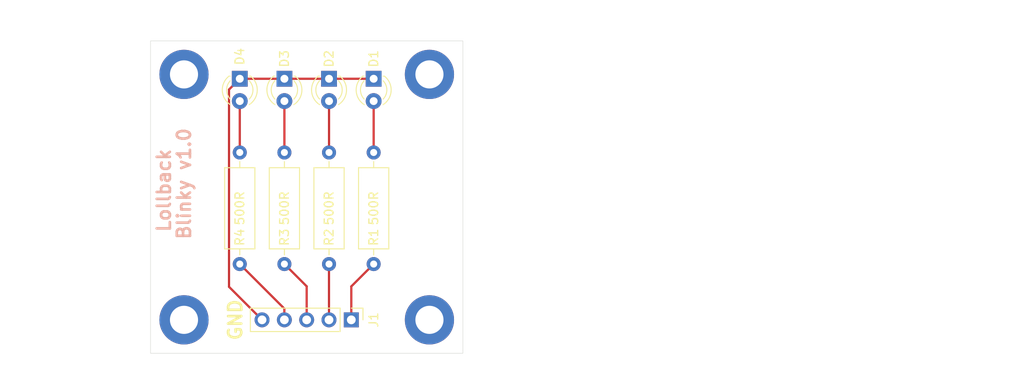
<source format=kicad_pcb>
(kicad_pcb (version 20211014) (generator pcbnew)
  (layers (0 "F.Cu" signal) (31 "B.Cu" signal) (34 "B.Paste" user) (35 "F.Paste" user) (36 "B.SilkS" user "B.Silkscreen") (37 "F.SilkS" user "F.Silkscreen") (38 "B.Mask" user) (39 "F.Mask" user) (44 "Edge.Cuts" user))
  (net 0 "")
  (net 1 "Net-(D1-Pad2)")
  (net 2 "GND")
  (net 3 "Net-(D2-Pad2)")
  (net 4 "Net-(D3-Pad2)")
  (net 5 "Net-(R1-Pad2)")
  (net 6 "Net-(R2-Pad2)")
  (net 7 "Net-(R3-Pad2)")
  (net 8 "Net-(R4-Pad1)")
  (net 9 "Net-(R4-Pad2)")
  (footprint "Resistor_THT:R_Axial_DIN0309_L9.0mm_D3.2mm_P12.70mm_Horizontal" (layer "F.Cu") (at 52.07 38.1 -90)
    (fp_text reference "R1" (at 9.652 0 90) (layer "F.SilkS"))
    (fp_text value "500R" (at 6.35 0 90) (layer "F.SilkS"))
    (fp_line (start 1.04 0) (end 1.73 0) (layer "F.SilkS") (width 0.12))
    (fp_line (start 1.73 1.72) (end 10.97 1.72) (layer "F.SilkS") (width 0.12))
    (fp_line (start 11.66 0) (end 10.97 0) (layer "F.SilkS") (width 0.12))
    (fp_line (start 10.97 -1.72) (end 1.73 -1.72) (layer "F.SilkS") (width 0.12))
    (fp_line (start 10.97 1.72) (end 10.97 -1.72) (layer "F.SilkS") (width 0.12))
    (fp_line (start 1.73 -1.72) (end 1.73 1.72) (layer "F.SilkS") (width 0.12))
    (pad "1" thru_hole circle (at 0 0 270) (size 1.6 1.6) (drill 0.8) (layers *.Cu *.Mask) (net 1 "Net-(D1-Pad2)"))
    (pad "2" thru_hole oval (at 12.7 0 270) (size 1.6 1.6) (drill 0.8) (layers *.Cu *.Mask) (net 5 "Net-(R1-Pad2)"))
  )
  (footprint "Connector_PinHeader_2.54mm:PinHeader_1x05_P2.54mm_Vertical" (layer "F.Cu") (at 49.525 57.15 -90)
    (fp_text reference "J1" (at 0 -2.545 -90) (layer "F.SilkS"))
    (fp_text value "Conn_01x05")
    (fp_line (start -1.33 1.27) (end 1.33 1.27) (layer "F.SilkS") (width 0.12))
    (fp_line (start -1.33 11.49) (end 1.33 11.49) (layer "F.SilkS") (width 0.12))
    (fp_line (start 1.33 1.27) (end 1.33 11.49) (layer "F.SilkS") (width 0.12))
    (fp_line (start -1.33 1.27) (end -1.33 11.49) (layer "F.SilkS") (width 0.12))
    (fp_line (start -1.33 0) (end -1.33 -1.33) (layer "F.SilkS") (width 0.12))
    (fp_line (start -1.33 -1.33) (end 0 -1.33) (layer "F.SilkS") (width 0.12))
    (pad "1" thru_hole rect (at 0 0 270) (size 1.7 1.7) (drill 1) (layers *.Cu *.Mask) (net 5 "Net-(R1-Pad2)"))
    (pad "2" thru_hole oval (at 0 2.54 270) (size 1.7 1.7) (drill 1) (layers *.Cu *.Mask) (net 6 "Net-(R2-Pad2)"))
    (pad "3" thru_hole oval (at 0 5.08 270) (size 1.7 1.7) (drill 1) (layers *.Cu *.Mask) (net 7 "Net-(R3-Pad2)"))
    (pad "4" thru_hole oval (at 0 7.62 270) (size 1.7 1.7) (drill 1) (layers *.Cu *.Mask) (net 9 "Net-(R4-Pad2)"))
    (pad "5" thru_hole oval (at 0 10.16 270) (size 1.7 1.7) (drill 1) (layers *.Cu *.Mask) (net 2 "GND"))
  )
  (footprint "LED_THT:LED_D3.0mm" (layer "F.Cu") (at 36.83 29.708 -90)
    (fp_text reference "D4" (at -2.53 0 90) (layer "F.SilkS"))
    (fp_text value "LED")
    (fp_line (start -0.29 1.08) (end -0.29 1.236) (layer "F.SilkS") (width 0.12))
    (fp_line (start -0.29 -1.236) (end -0.29 -1.08) (layer "F.SilkS") (width 0.12))
    (fp_arc (start -0.29 -1.235516) (mid 1.366487 -1.987659) (end 2.942335 -1.078608) (layer "F.SilkS") (width 0.12))
    (fp_arc (start 2.31113 1.079837) (mid 1.270117 1.5) (end 0.229039 1.08) (layer "F.SilkS") (width 0.12))
    (fp_arc (start 2.942335 1.078608) (mid 1.366487 1.987659) (end -0.29 1.235516) (layer "F.SilkS") (width 0.12))
    (fp_arc (start 0.229039 -1.08) (mid 1.270117 -1.5) (end 2.31113 -1.079837) (layer "F.SilkS") (width 0.12))
    (pad "1" thru_hole rect (at 0 0 270) (size 1.8 1.8) (drill 0.9) (layers *.Cu *.Mask) (net 2 "GND"))
    (pad "2" thru_hole circle (at 2.54 0 270) (size 1.8 1.8) (drill 0.9) (layers *.Cu *.Mask) (net 8 "Net-(R4-Pad1)"))
  )
  (footprint "Resistor_THT:R_Axial_DIN0309_L9.0mm_D3.2mm_P12.70mm_Horizontal" (layer "F.Cu") (at 46.99 38.1 -90)
    (fp_text reference "R2" (at 9.652 0 90) (layer "F.SilkS"))
    (fp_text value "500R" (at 6.35 0 90) (layer "F.SilkS"))
    (fp_line (start 10.97 -1.72) (end 1.73 -1.72) (layer "F.SilkS") (width 0.12))
    (fp_line (start 1.04 0) (end 1.73 0) (layer "F.SilkS") (width 0.12))
    (fp_line (start 1.73 -1.72) (end 1.73 1.72) (layer "F.SilkS") (width 0.12))
    (fp_line (start 11.66 0) (end 10.97 0) (layer "F.SilkS") (width 0.12))
    (fp_line (start 1.73 1.72) (end 10.97 1.72) (layer "F.SilkS") (width 0.12))
    (fp_line (start 10.97 1.72) (end 10.97 -1.72) (layer "F.SilkS") (width 0.12))
    (pad "1" thru_hole circle (at 0 0 270) (size 1.6 1.6) (drill 0.8) (layers *.Cu *.Mask) (net 3 "Net-(D2-Pad2)"))
    (pad "2" thru_hole oval (at 12.7 0 270) (size 1.6 1.6) (drill 0.8) (layers *.Cu *.Mask) (net 6 "Net-(R2-Pad2)"))
  )
  (footprint "MountingHole:MountingHole_3.2mm_M3_DIN965_Pad" (layer "F.Cu") (at 30.48 57.15)
    (fp_text reference "REF**" hide)
    (fp_text value "MountingHole_3.2mm_M3_DIN965_Pad")
    (pad "1" thru_hole circle (at 0 0) (size 5.6 5.6) (drill 3.2) (layers F&B.Cu *.Mask))
  )
  (footprint "MountingHole:MountingHole_3.2mm_M3_DIN965_Pad" (layer "F.Cu") (at 58.42 29.21)
    (fp_text reference "REF**" hide)
    (fp_text value "MountingHole_3.2mm_M3_DIN965_Pad")
    (pad "1" thru_hole circle (at 0 0) (size 5.6 5.6) (drill 3.2) (layers F&B.Cu *.Mask))
  )
  (footprint "Resistor_THT:R_Axial_DIN0309_L9.0mm_D3.2mm_P12.70mm_Horizontal" (layer "F.Cu") (at 41.91 38.1 -90)
    (fp_text reference "R3" (at 9.652 0 90) (layer "F.SilkS"))
    (fp_text value "500R" (at 6.35 0 90) (layer "F.SilkS"))
    (fp_line (start 1.04 0) (end 1.73 0) (layer "F.SilkS") (width 0.12))
    (fp_line (start 10.97 1.72) (end 10.97 -1.72) (layer "F.SilkS") (width 0.12))
    (fp_line (start 1.73 1.72) (end 10.97 1.72) (layer "F.SilkS") (width 0.12))
    (fp_line (start 1.73 -1.72) (end 1.73 1.72) (layer "F.SilkS") (width 0.12))
    (fp_line (start 11.66 0) (end 10.97 0) (layer "F.SilkS") (width 0.12))
    (fp_line (start 10.97 -1.72) (end 1.73 -1.72) (layer "F.SilkS") (width 0.12))
    (pad "1" thru_hole circle (at 0 0 270) (size 1.6 1.6) (drill 0.8) (layers *.Cu *.Mask) (net 4 "Net-(D3-Pad2)"))
    (pad "2" thru_hole oval (at 12.7 0 270) (size 1.6 1.6) (drill 0.8) (layers *.Cu *.Mask) (net 7 "Net-(R3-Pad2)"))
  )
  (footprint "LED_THT:LED_D3.0mm" (layer "F.Cu") (at 52.07 29.708 -90)
    (fp_text reference "D1" (at -2.276 0 -90) (layer "F.SilkS"))
    (fp_text value "LED")
    (fp_line (start -0.29 1.08) (end -0.29 1.236) (layer "F.SilkS") (width 0.12))
    (fp_line (start -0.29 -1.236) (end -0.29 -1.08) (layer "F.SilkS") (width 0.12))
    (fp_arc (start 2.31113 1.079837) (mid 1.270117 1.5) (end 0.229039 1.08) (layer "F.SilkS") (width 0.12))
    (fp_arc (start 0.229039 -1.08) (mid 1.270117 -1.5) (end 2.31113 -1.079837) (layer "F.SilkS") (width 0.12))
    (fp_arc (start -0.29 -1.235516) (mid 1.366487 -1.987659) (end 2.942335 -1.078608) (layer "F.SilkS") (width 0.12))
    (fp_arc (start 2.942335 1.078608) (mid 1.366487 1.987659) (end -0.29 1.235516) (layer "F.SilkS") (width 0.12))
    (pad "1" thru_hole rect (at 0 0 270) (size 1.8 1.8) (drill 0.9) (layers *.Cu *.Mask) (net 2 "GND"))
    (pad "2" thru_hole circle (at 2.54 0 270) (size 1.8 1.8) (drill 0.9) (layers *.Cu *.Mask) (net 1 "Net-(D1-Pad2)"))
  )
  (footprint "LED_THT:LED_D3.0mm" (layer "F.Cu") (at 46.99 29.708 -90)
    (fp_text reference "D2" (at -2.276 0 -90) (layer "F.SilkS"))
    (fp_text value "LED")
    (fp_line (start -0.29 -1.236) (end -0.29 -1.08) (layer "F.SilkS") (width 0.12))
    (fp_line (start -0.29 1.08) (end -0.29 1.236) (layer "F.SilkS") (width 0.12))
    (fp_arc (start 2.942335 1.078608) (mid 1.366487 1.987659) (end -0.29 1.235516) (layer "F.SilkS") (width 0.12))
    (fp_arc (start -0.29 -1.235516) (mid 1.366487 -1.987659) (end 2.942335 -1.078608) (layer "F.SilkS") (width 0.12))
    (fp_arc (start 2.31113 1.079837) (mid 1.270117 1.5) (end 0.229039 1.08) (layer "F.SilkS") (width 0.12))
    (fp_arc (start 0.229039 -1.08) (mid 1.270117 -1.5) (end 2.31113 -1.079837) (layer "F.SilkS") (width 0.12))
    (pad "1" thru_hole rect (at 0 0 270) (size 1.8 1.8) (drill 0.9) (layers *.Cu *.Mask) (net 2 "GND"))
    (pad "2" thru_hole circle (at 2.54 0 270) (size 1.8 1.8) (drill 0.9) (layers *.Cu *.Mask) (net 3 "Net-(D2-Pad2)"))
  )
  (footprint "MountingHole:MountingHole_3.2mm_M3_DIN965_Pad" (layer "F.Cu") (at 58.42 57.15)
    (fp_text reference "REF**" hide)
    (fp_text value "MountingHole_3.2mm_M3_DIN965_Pad")
    (pad "1" thru_hole circle (at 0 0) (size 5.6 5.6) (drill 3.2) (layers *.Cu *.Mask))
  )
  (footprint "MountingHole:MountingHole_3.2mm_M3_DIN965_Pad" (layer "F.Cu") (at 30.48 29.21)
    (fp_text reference "REF**" hide)
    (fp_text value "MountingHole_3.2mm_M3_DIN965_Pad")
    (pad "1" thru_hole circle (at 0 0) (size 5.6 5.6) (drill 3.2) (layers F&B.Cu *.Mask))
  )
  (footprint "LED_THT:LED_D3.0mm" (layer "F.Cu") (at 41.91 29.708 -90)
    (fp_text reference "D3" (at -2.276 0 -90) (layer "F.SilkS"))
    (fp_text value "LED")
    (fp_line (start -0.29 -1.236) (end -0.29 -1.08) (layer "F.SilkS") (width 0.12))
    (fp_line (start -0.29 1.08) (end -0.29 1.236) (layer "F.SilkS") (width 0.12))
    (fp_arc (start 2.31113 1.079837) (mid 1.270117 1.5) (end 0.229039 1.08) (layer "F.SilkS") (width 0.12))
    (fp_arc (start 0.229039 -1.08) (mid 1.270117 -1.5) (end 2.31113 -1.079837) (layer "F.SilkS") (width 0.12))
    (fp_arc (start 2.942335 1.078608) (mid 1.366487 1.987659) (end -0.29 1.235516) (layer "F.SilkS") (width 0.12))
    (fp_arc (start -0.29 -1.235516) (mid 1.366487 -1.987659) (end 2.942335 -1.078608) (layer "F.SilkS") (width 0.12))
    (pad "1" thru_hole rect (at 0 0 270) (size 1.8 1.8) (drill 0.9) (layers *.Cu *.Mask) (net 2 "GND"))
    (pad "2" thru_hole circle (at 2.54 0 270) (size 1.8 1.8) (drill 0.9) (layers *.Cu *.Mask) (net 4 "Net-(D3-Pad2)"))
  )
  (footprint "Resistor_THT:R_Axial_DIN0309_L9.0mm_D3.2mm_P12.70mm_Horizontal" (layer "F.Cu") (at 36.83 38.1 -90)
    (fp_text reference "R4" (at 9.652 0 90) (layer "F.SilkS"))
    (fp_text value "500R" (at 6.35 0 90) (layer "F.SilkS"))
    (fp_line (start 10.97 -1.72) (end 1.73 -1.72) (layer "F.SilkS") (width 0.12))
    (fp_line (start 1.73 -1.72) (end 1.73 1.72) (layer "F.SilkS") (width 0.12))
    (fp_line (start 1.73 1.72) (end 10.97 1.72) (layer "F.SilkS") (width 0.12))
    (fp_line (start 10.97 1.72) (end 10.97 -1.72) (layer "F.SilkS") (width 0.12))
    (fp_line (start 11.66 0) (end 10.97 0) (layer "F.SilkS") (width 0.12))
    (fp_line (start 1.04 0) (end 1.73 0) (layer "F.SilkS") (width 0.12))
    (pad "1" thru_hole circle (at 0 0 270) (size 1.6 1.6) (drill 0.8) (layers *.Cu *.Mask) (net 8 "Net-(R4-Pad1)"))
    (pad "2" thru_hole oval (at 12.7 0 270) (size 1.6 1.6) (drill 0.8) (layers *.Cu *.Mask) (net 9 "Net-(R4-Pad2)"))
  )
  (gr_rect (start 62.23 60.96) (end 26.67 25.4) (layer "Edge.Cuts") (width 0.05) (fill none))
  (gr_text "Lollback" (at 28.194 42.418 90) (layer "B.SilkS") (effects (font (size 1.5 1.5) (thickness 0.3))))
  (gr_text "Blinky v1.0" (at 30.48 41.656 90) (layer "B.SilkS") (effects (font (size 1.5 1.5) (thickness 0.3))))
  (gr_text "GND" (at 36.322 57.15 90) (layer "F.SilkS") (effects (font (size 1.5 1.5) (thickness 0.3))))
  (segment (start 52.07 38.1) (end 52.07 32.248) (width 0.25) (layer "F.Cu") (net 1))
  (segment (start 41.91 29.708) (end 36.83 29.708) (width 0.25) (layer "F.Cu") (net 2))
  (segment (start 46.99 29.708) (end 41.91 29.708) (width 0.25) (layer "F.Cu") (net 2))
  (segment (start 52.07 29.708) (end 46.99 29.708) (width 0.25) (layer "F.Cu") (net 2))
  (segment (start 35.605 53.39) (end 39.365 57.15) (width 0.25) (layer "F.Cu") (net 2))
  (segment (start 36.83 29.708) (end 35.605 30.933) (width 0.25) (layer "F.Cu") (net 2))
  (segment (start 35.605 30.933) (end 35.605 53.39) (width 0.25) (layer "F.Cu") (net 2))
  (segment (start 46.99 38.1) (end 46.99 32.248) (width 0.25) (layer "F.Cu") (net 3))
  (segment (start 41.91 38.1) (end 41.91 32.248) (width 0.25) (layer "F.Cu") (net 4))
  (segment (start 49.525 57.15) (end 49.525 53.345) (width 0.25) (layer "F.Cu") (net 5))
  (segment (start 49.525 53.345) (end 52.07 50.8) (width 0.25) (layer "F.Cu") (net 5))
  (segment (start 46.985 57.15) (end 46.985 50.805) (width 0.25) (layer "F.Cu") (net 6))
  (segment (start 46.985 50.805) (end 46.99 50.8) (width 0.25) (layer "F.Cu") (net 6))
  (segment (start 44.445 53.335) (end 41.91 50.8) (width 0.25) (layer "F.Cu") (net 7))
  (segment (start 44.445 57.15) (end 44.445 53.335) (width 0.25) (layer "F.Cu") (net 7))
  (segment (start 36.83 38.1) (end 36.83 32.248) (width 0.25) (layer "F.Cu") (net 8))
  (segment (start 41.905 55.875) (end 36.83 50.8) (width 0.25) (layer "F.Cu") (net 9))
  (segment (start 41.905 57.15) (end 41.905 55.875) (width 0.25) (layer "F.Cu") (net 9))
)
</source>
